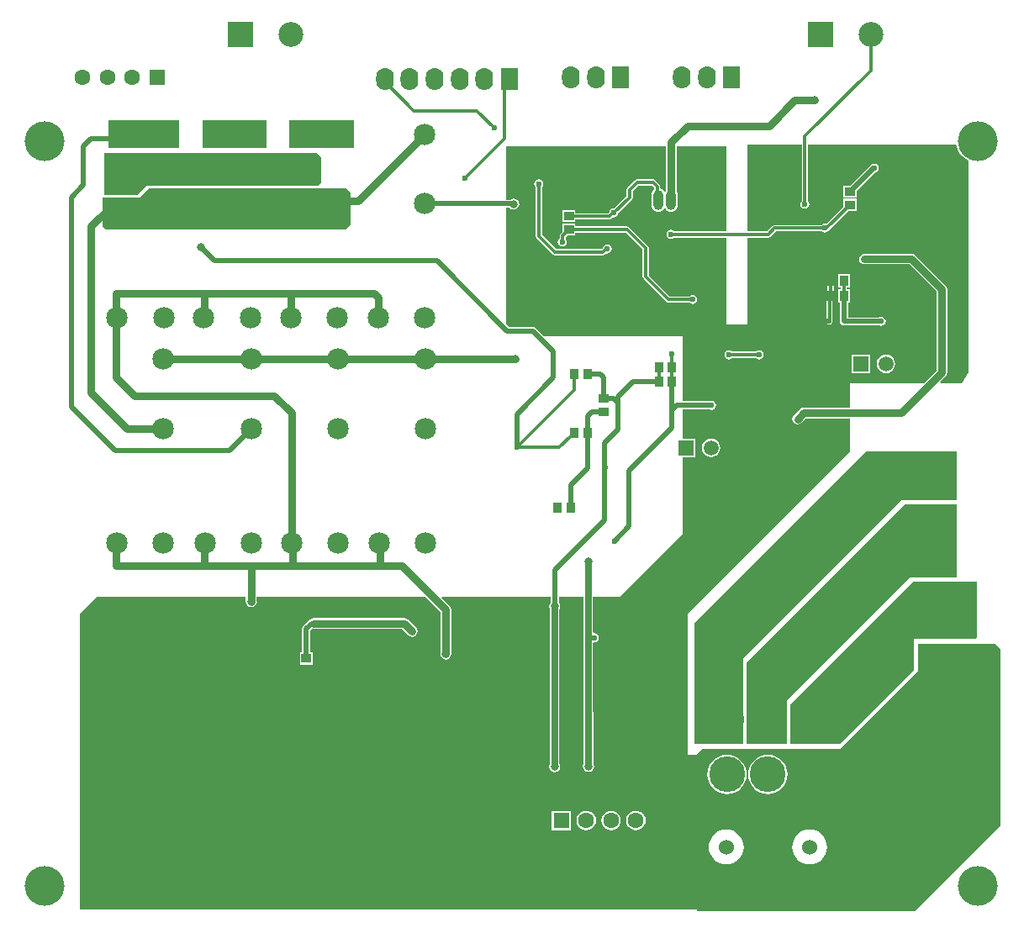
<source format=gbl>
G04*
G04 #@! TF.GenerationSoftware,Altium Limited,Altium Designer,20.0.2 (26)*
G04*
G04 Layer_Physical_Order=2*
G04 Layer_Color=16711680*
%FSLAX25Y25*%
%MOIN*%
G70*
G01*
G75*
%ADD19C,0.01200*%
%ADD61R,0.03937X0.03543*%
%ADD63R,0.04134X0.03543*%
%ADD66R,0.03543X0.03937*%
%ADD77C,0.03000*%
%ADD78C,0.02500*%
%ADD79C,0.02000*%
%ADD80C,0.08500*%
%ADD81C,0.06299*%
%ADD82R,0.06299X0.06299*%
%ADD83O,0.07000X0.09000*%
%ADD84R,0.07000X0.09000*%
%ADD85C,0.09843*%
%ADD86R,0.09843X0.09843*%
%ADD87C,0.14173*%
%ADD88C,0.06000*%
%ADD89R,0.09843X0.09843*%
%ADD90R,0.05906X0.05906*%
%ADD91C,0.05906*%
%ADD92R,0.03937X0.07874*%
%ADD93O,0.03937X0.07874*%
%ADD94C,0.15748*%
%ADD95C,0.02362*%
%ADD96C,0.03150*%
%ADD97C,0.11024*%
%ADD98R,0.07087X0.05118*%
%ADD99R,0.05512X0.04724*%
G36*
X134640Y-88929D02*
X134537Y-89177D01*
X109062D01*
Y-78280D01*
X134640D01*
Y-88929D01*
D02*
G37*
G36*
X99995D02*
X99892Y-89177D01*
X74661D01*
Y-78280D01*
X99995D01*
Y-88929D01*
D02*
G37*
G36*
X65349D02*
X65246Y-89177D01*
X37161D01*
Y-78280D01*
X65349D01*
Y-88929D01*
D02*
G37*
G36*
X121461Y-92814D02*
Y-103014D01*
X120161Y-104314D01*
X52162D01*
X48461Y-108014D01*
X48362Y-107914D01*
X35662D01*
Y-91214D01*
X119861D01*
X121461Y-92814D01*
D02*
G37*
G36*
X133361Y-107114D02*
Y-119714D01*
X131462Y-121614D01*
X131361Y-121514D01*
X36084D01*
X34849Y-120280D01*
X34861Y-120267D01*
Y-109014D01*
X48363D01*
X48461Y-109034D01*
X48560Y-109014D01*
X49461D01*
X53142Y-105334D01*
X120161D01*
X120260Y-105314D01*
X131562D01*
X133361Y-107114D01*
D02*
G37*
G36*
X373440Y-88295D02*
X373930Y-89911D01*
X374726Y-91401D01*
X375798Y-92706D01*
X377103Y-93778D01*
X378162Y-94344D01*
Y-163181D01*
Y-178241D01*
X375500Y-182500D01*
X367281D01*
X367090Y-182038D01*
X369214Y-179914D01*
X369678Y-179219D01*
X369841Y-178400D01*
Y-145300D01*
X369678Y-144481D01*
X369214Y-143786D01*
X357214Y-131786D01*
X356519Y-131322D01*
X355700Y-131159D01*
X337000D01*
X336181Y-131322D01*
X335486Y-131786D01*
X335022Y-132481D01*
X334859Y-133300D01*
X335022Y-134119D01*
X335486Y-134814D01*
X336181Y-135278D01*
X337000Y-135441D01*
X354813D01*
X365559Y-146187D01*
Y-177513D01*
X360572Y-182500D01*
X331200D01*
X331200Y-192259D01*
X312900D01*
X312081Y-192422D01*
X311386Y-192886D01*
X308986Y-195286D01*
X308522Y-195981D01*
X308359Y-196800D01*
X308522Y-197619D01*
X308986Y-198314D01*
X309681Y-198778D01*
X310500Y-198941D01*
X311319Y-198778D01*
X312014Y-198314D01*
X313787Y-196541D01*
X331200D01*
Y-209600D01*
X266800Y-274000D01*
X266800Y-329800D01*
X270600D01*
Y-329700D01*
X272700Y-327600D01*
X327300D01*
X358300Y-296600D01*
Y-285900D01*
X388900Y-285900D01*
X390800Y-287800D01*
Y-358000D01*
X357000Y-391800D01*
X270600D01*
Y-391400D01*
X25800D01*
Y-273900D01*
X32500Y-267200D01*
X91759D01*
Y-268817D01*
X91683Y-269200D01*
X91851Y-270049D01*
X92332Y-270768D01*
X93051Y-271249D01*
X93900Y-271417D01*
X94749Y-271249D01*
X95468Y-270768D01*
X95949Y-270049D01*
X96117Y-269200D01*
X96041Y-268817D01*
Y-267200D01*
X162872D01*
X168859Y-273187D01*
Y-289517D01*
X168783Y-289900D01*
X168951Y-290749D01*
X169432Y-291468D01*
X170151Y-291949D01*
X171000Y-292117D01*
X171849Y-291949D01*
X172568Y-291468D01*
X173049Y-290749D01*
X173217Y-289900D01*
X173141Y-289517D01*
Y-272300D01*
X172978Y-271481D01*
X172514Y-270786D01*
X169390Y-267662D01*
X169581Y-267200D01*
X212569D01*
Y-269627D01*
X212151Y-270251D01*
X211983Y-271100D01*
X212151Y-271949D01*
X212314Y-272192D01*
Y-333508D01*
X212151Y-333751D01*
X211983Y-334600D01*
X212151Y-335449D01*
X212632Y-336168D01*
X213351Y-336649D01*
X214200Y-336817D01*
X215049Y-336649D01*
X215768Y-336168D01*
X216249Y-335449D01*
X216417Y-334600D01*
X216249Y-333751D01*
X216086Y-333508D01*
Y-272192D01*
X216249Y-271949D01*
X216417Y-271100D01*
X216249Y-270251D01*
X215831Y-269627D01*
Y-267200D01*
X225614D01*
Y-283500D01*
Y-312900D01*
X225714Y-313403D01*
Y-333408D01*
X225551Y-333651D01*
X225383Y-334500D01*
X225551Y-335349D01*
X226032Y-336068D01*
X226751Y-336549D01*
X227600Y-336717D01*
X228449Y-336549D01*
X229168Y-336068D01*
X229649Y-335349D01*
X229817Y-334500D01*
X229649Y-333651D01*
X229486Y-333408D01*
Y-313000D01*
X229386Y-312497D01*
Y-285599D01*
X229773Y-285282D01*
X229942Y-285316D01*
X230638Y-285178D01*
X231227Y-284784D01*
X231620Y-284195D01*
X231758Y-283500D01*
X231620Y-282805D01*
X231227Y-282216D01*
X230638Y-281822D01*
X229942Y-281684D01*
X229773Y-281718D01*
X229386Y-281401D01*
Y-267200D01*
X240000D01*
X264800Y-242400D01*
Y-211853D01*
X269853D01*
Y-204547D01*
X264800D01*
Y-193033D01*
X275637D01*
X275707Y-193079D01*
X276402Y-193218D01*
X277097Y-193079D01*
X277686Y-192686D01*
X278079Y-192096D01*
X278218Y-191402D01*
X278079Y-190707D01*
X277686Y-190118D01*
X277097Y-189724D01*
X276402Y-189586D01*
X275707Y-189724D01*
X275637Y-189770D01*
X264800D01*
Y-163981D01*
X210088D01*
X206753Y-160646D01*
X206224Y-160293D01*
X205600Y-160169D01*
X195947D01*
X194862Y-159083D01*
Y-113062D01*
X196328D01*
X196332Y-113068D01*
X197051Y-113549D01*
X197900Y-113717D01*
X198749Y-113549D01*
X199468Y-113068D01*
X199949Y-112349D01*
X200117Y-111500D01*
X199949Y-110651D01*
X199468Y-109932D01*
X198749Y-109451D01*
X197900Y-109283D01*
X197051Y-109451D01*
X196531Y-109799D01*
X194862D01*
Y-88481D01*
X195062D01*
X258159D01*
Y-106370D01*
X258101Y-106445D01*
X258001Y-106482D01*
X257599D01*
X257499Y-106445D01*
X257203Y-106060D01*
X256646Y-105632D01*
X256000Y-105365D01*
Y-104479D01*
X255907Y-104011D01*
X255642Y-103614D01*
X254162Y-102135D01*
X253765Y-101870D01*
X253297Y-101777D01*
X246800D01*
X246332Y-101870D01*
X245935Y-102135D01*
X243035Y-105035D01*
X242770Y-105432D01*
X242676Y-105900D01*
Y-108293D01*
X237772Y-113198D01*
X237700Y-113184D01*
X237005Y-113322D01*
X236416Y-113716D01*
X236022Y-114305D01*
X235962Y-114608D01*
X235451Y-115119D01*
X222369D01*
Y-113971D01*
X217231D01*
Y-118714D01*
X222369D01*
Y-117566D01*
X235958D01*
X236426Y-117473D01*
X236823Y-117208D01*
X237295Y-116735D01*
X237700Y-116816D01*
X238395Y-116678D01*
X238984Y-116284D01*
X239378Y-115695D01*
X239516Y-115000D01*
X239502Y-114928D01*
X244765Y-109665D01*
X245030Y-109268D01*
X245124Y-108800D01*
Y-106407D01*
X247307Y-104224D01*
X252790D01*
X253553Y-104986D01*
Y-105940D01*
X253397Y-106060D01*
X252969Y-106617D01*
X252700Y-107266D01*
X252608Y-107963D01*
Y-111900D01*
X252700Y-112597D01*
X252969Y-113246D01*
X253397Y-113803D01*
X253954Y-114231D01*
X254603Y-114500D01*
X255300Y-114592D01*
X255997Y-114500D01*
X256646Y-114231D01*
X257203Y-113803D01*
X257499Y-113418D01*
X257599Y-113381D01*
X258001D01*
X258101Y-113418D01*
X258397Y-113803D01*
X258954Y-114231D01*
X259603Y-114500D01*
X260300Y-114592D01*
X260997Y-114500D01*
X261646Y-114231D01*
X262203Y-113803D01*
X262631Y-113246D01*
X262900Y-112597D01*
X262991Y-111900D01*
Y-107963D01*
X262900Y-107266D01*
X262631Y-106617D01*
X262441Y-106370D01*
Y-88481D01*
X282362D01*
Y-122377D01*
X261691D01*
X261584Y-122216D01*
X260995Y-121822D01*
X260300Y-121684D01*
X259605Y-121822D01*
X259016Y-122216D01*
X258622Y-122805D01*
X258484Y-123500D01*
X258622Y-124195D01*
X259016Y-124784D01*
X259605Y-125178D01*
X260300Y-125316D01*
X260995Y-125178D01*
X261525Y-124823D01*
X282362D01*
Y-159200D01*
X290662D01*
Y-124823D01*
X298800D01*
X299268Y-124730D01*
X299665Y-124465D01*
X301807Y-122324D01*
X320075D01*
X320116Y-122384D01*
X320705Y-122778D01*
X321400Y-122916D01*
X322095Y-122778D01*
X322684Y-122384D01*
X323078Y-121795D01*
X323109Y-121637D01*
X330570Y-114176D01*
X333780D01*
Y-109432D01*
X328643D01*
Y-112642D01*
X321901Y-119384D01*
X321400Y-119284D01*
X320705Y-119422D01*
X320116Y-119816D01*
X320075Y-119877D01*
X301300D01*
X300832Y-119970D01*
X300435Y-120235D01*
X298293Y-122377D01*
X290662D01*
Y-88081D01*
X290862D01*
X312176D01*
Y-110275D01*
X312116Y-110316D01*
X311722Y-110905D01*
X311584Y-111600D01*
X311722Y-112295D01*
X312116Y-112884D01*
X312705Y-113278D01*
X313400Y-113416D01*
X314095Y-113278D01*
X314684Y-112884D01*
X315078Y-112295D01*
X315216Y-111600D01*
X315078Y-110905D01*
X314684Y-110316D01*
X314623Y-110275D01*
Y-88081D01*
X373419D01*
X373440Y-88295D01*
D02*
G37*
G36*
X373700Y-230479D02*
X373700Y-259700D01*
X354800Y-259700D01*
X306300Y-308200D01*
X306300Y-325700D01*
X290400D01*
Y-296600D01*
X290300Y-295900D01*
Y-295300D01*
Y-293300D01*
X353121Y-230479D01*
X373700Y-230479D01*
D02*
G37*
G36*
X381500Y-261300D02*
Y-283478D01*
X381543Y-283522D01*
X380965Y-284100D01*
X356500D01*
Y-296400D01*
X327400Y-325500D01*
X307600D01*
Y-309800D01*
X356100Y-261300D01*
X381500Y-261300D01*
D02*
G37*
G36*
X373500Y-209672D02*
X373500Y-228900D01*
X351700D01*
X288900Y-291700D01*
X288900Y-325100D01*
X289000Y-325200D01*
X288793Y-325700D01*
X270000D01*
X269500Y-325200D01*
Y-277900D01*
X337728Y-209672D01*
X373500Y-209672D01*
D02*
G37*
%LPC*%
G36*
X340900Y-95484D02*
X340205Y-95622D01*
X339616Y-96016D01*
X339569Y-96086D01*
X339375Y-96216D01*
X331473Y-104117D01*
X328643D01*
Y-108861D01*
X333780D01*
Y-106424D01*
X341135Y-99069D01*
X341595Y-98978D01*
X342184Y-98584D01*
X342578Y-97995D01*
X342716Y-97300D01*
X342578Y-96605D01*
X342184Y-96016D01*
X341595Y-95622D01*
X340900Y-95484D01*
D02*
G37*
G36*
X207904Y-101716D02*
X207209Y-101855D01*
X206620Y-102248D01*
X206226Y-102837D01*
X206088Y-103532D01*
X206226Y-104227D01*
X206620Y-104816D01*
X206680Y-104857D01*
X206676Y-124199D01*
X206676Y-124199D01*
X206676Y-124199D01*
X206720Y-124424D01*
X206769Y-124667D01*
X206769Y-124667D01*
X206769Y-124667D01*
X206899Y-124862D01*
X207034Y-125064D01*
X207034Y-125064D01*
X207034Y-125064D01*
X213435Y-131465D01*
X213832Y-131730D01*
X214300Y-131824D01*
X233400D01*
X233868Y-131730D01*
X234265Y-131465D01*
X234688Y-131043D01*
X235057Y-131116D01*
X235752Y-130978D01*
X236342Y-130584D01*
X236735Y-129995D01*
X236874Y-129300D01*
X236735Y-128605D01*
X236342Y-128016D01*
X235752Y-127622D01*
X235057Y-127484D01*
X234363Y-127622D01*
X233773Y-128016D01*
X233380Y-128605D01*
X233309Y-128961D01*
X232893Y-129376D01*
X214807D01*
X209123Y-123692D01*
X209127Y-104857D01*
X209188Y-104816D01*
X209582Y-104227D01*
X209720Y-103532D01*
X209582Y-102837D01*
X209188Y-102248D01*
X208599Y-101855D01*
X207904Y-101716D01*
D02*
G37*
G36*
X222369Y-119286D02*
X217231D01*
Y-122496D01*
X216557Y-123170D01*
X216292Y-123567D01*
X216199Y-124035D01*
Y-125027D01*
X215916Y-125216D01*
X215522Y-125805D01*
X215384Y-126500D01*
X215522Y-127195D01*
X215916Y-127784D01*
X216505Y-128178D01*
X217200Y-128316D01*
X217895Y-128178D01*
X218484Y-127784D01*
X218878Y-127195D01*
X219016Y-126500D01*
X218878Y-125805D01*
X218646Y-125458D01*
Y-124542D01*
X219159Y-124029D01*
X222369D01*
Y-122881D01*
X242451D01*
X249077Y-129507D01*
Y-140300D01*
X249170Y-140768D01*
X249435Y-141165D01*
X258535Y-150265D01*
X258932Y-150530D01*
X259400Y-150624D01*
X267575D01*
X267616Y-150684D01*
X268205Y-151078D01*
X268900Y-151216D01*
X269595Y-151078D01*
X270184Y-150684D01*
X270578Y-150095D01*
X270716Y-149400D01*
X270578Y-148705D01*
X270184Y-148116D01*
X269595Y-147722D01*
X268900Y-147584D01*
X268205Y-147722D01*
X267616Y-148116D01*
X267575Y-148177D01*
X259907D01*
X251523Y-139793D01*
Y-129000D01*
X251430Y-128532D01*
X251165Y-128135D01*
X243823Y-120792D01*
X243426Y-120527D01*
X242957Y-120434D01*
X222369D01*
Y-119286D01*
D02*
G37*
G36*
X323542Y-140777D02*
X323074Y-140870D01*
X322677Y-141135D01*
X322412Y-141532D01*
X322319Y-142000D01*
Y-147493D01*
X322257Y-147555D01*
X321992Y-147952D01*
X321899Y-148420D01*
Y-157754D01*
X321843Y-158033D01*
X321936Y-158501D01*
X322202Y-158898D01*
X322599Y-159164D01*
X322782Y-159200D01*
X323352D01*
X323535Y-159164D01*
X323932Y-158898D01*
X323988Y-158843D01*
X324253Y-158446D01*
X324346Y-157978D01*
Y-148927D01*
X324408Y-148865D01*
X324673Y-148468D01*
X324766Y-148000D01*
Y-142000D01*
X324673Y-141532D01*
X324408Y-141135D01*
X324011Y-140870D01*
X323542Y-140777D01*
D02*
G37*
G36*
X331229Y-139432D02*
X326486D01*
Y-144569D01*
X327634D01*
Y-145431D01*
X326486D01*
Y-150568D01*
X327226D01*
Y-158100D01*
X327350Y-158724D01*
X327704Y-159254D01*
X328233Y-159607D01*
X328857Y-159731D01*
X342936D01*
X343005Y-159778D01*
X343700Y-159916D01*
X344395Y-159778D01*
X344984Y-159384D01*
X345378Y-158795D01*
X345516Y-158100D01*
X345378Y-157405D01*
X344984Y-156816D01*
X344395Y-156422D01*
X343700Y-156284D01*
X343005Y-156422D01*
X342936Y-156469D01*
X330489D01*
Y-150568D01*
X331229D01*
Y-145431D01*
X330081D01*
Y-144569D01*
X331229D01*
Y-139432D01*
D02*
G37*
G36*
X295200Y-169484D02*
X294505Y-169622D01*
X293916Y-170016D01*
X293875Y-170077D01*
X284625D01*
X284584Y-170016D01*
X283995Y-169622D01*
X283300Y-169484D01*
X282605Y-169622D01*
X282016Y-170016D01*
X281622Y-170605D01*
X281484Y-171300D01*
X281622Y-171995D01*
X282016Y-172584D01*
X282605Y-172978D01*
X283300Y-173116D01*
X283995Y-172978D01*
X284584Y-172584D01*
X284625Y-172523D01*
X293875D01*
X293916Y-172584D01*
X294505Y-172978D01*
X295200Y-173116D01*
X295895Y-172978D01*
X296484Y-172584D01*
X296878Y-171995D01*
X297016Y-171300D01*
X296878Y-170605D01*
X296484Y-170016D01*
X295895Y-169622D01*
X295200Y-169484D01*
D02*
G37*
G36*
X339153Y-171247D02*
X331847D01*
Y-178553D01*
X339153D01*
Y-171247D01*
D02*
G37*
G36*
X345500Y-171216D02*
X344546Y-171341D01*
X343658Y-171709D01*
X342895Y-172295D01*
X342309Y-173058D01*
X341941Y-173946D01*
X341816Y-174900D01*
X341941Y-175854D01*
X342309Y-176742D01*
X342895Y-177505D01*
X343658Y-178091D01*
X344546Y-178459D01*
X345500Y-178584D01*
X346454Y-178459D01*
X347342Y-178091D01*
X348105Y-177505D01*
X348691Y-176742D01*
X349059Y-175854D01*
X349184Y-174900D01*
X349059Y-173946D01*
X348691Y-173058D01*
X348105Y-172295D01*
X347342Y-171709D01*
X346454Y-171341D01*
X345500Y-171216D01*
D02*
G37*
G36*
X276200Y-204516D02*
X275246Y-204641D01*
X274358Y-205009D01*
X273595Y-205595D01*
X273009Y-206358D01*
X272641Y-207246D01*
X272516Y-208200D01*
X272641Y-209154D01*
X273009Y-210042D01*
X273595Y-210805D01*
X274358Y-211391D01*
X275246Y-211759D01*
X276200Y-211884D01*
X277154Y-211759D01*
X278042Y-211391D01*
X278805Y-210805D01*
X279391Y-210042D01*
X279759Y-209154D01*
X279884Y-208200D01*
X279759Y-207246D01*
X279391Y-206358D01*
X278805Y-205595D01*
X278042Y-205009D01*
X277154Y-204641D01*
X276200Y-204516D01*
D02*
G37*
G36*
X154600Y-275659D02*
X118700D01*
X117881Y-275822D01*
X117186Y-276286D01*
X117182Y-276291D01*
X117176Y-276293D01*
X116647Y-276646D01*
X114547Y-278747D01*
X114193Y-279276D01*
X114069Y-279900D01*
Y-289371D01*
X113131D01*
Y-294114D01*
X118269D01*
Y-289371D01*
X117331D01*
Y-280576D01*
X118088Y-279819D01*
X118700Y-279941D01*
X153713D01*
X155915Y-282143D01*
X156132Y-282468D01*
X156851Y-282949D01*
X157700Y-283117D01*
X158549Y-282949D01*
X159268Y-282468D01*
X159749Y-281749D01*
X159917Y-280900D01*
X159749Y-280051D01*
X159268Y-279332D01*
X158943Y-279115D01*
X156114Y-276286D01*
X155419Y-275822D01*
X154600Y-275659D01*
D02*
G37*
G36*
X298735Y-329936D02*
X297209Y-330086D01*
X295741Y-330531D01*
X294389Y-331254D01*
X293203Y-332227D01*
X292230Y-333413D01*
X291507Y-334766D01*
X291061Y-336233D01*
X290911Y-337760D01*
X291061Y-339286D01*
X291507Y-340754D01*
X292230Y-342107D01*
X293203Y-343292D01*
X294389Y-344266D01*
X295741Y-344988D01*
X297209Y-345434D01*
X298735Y-345584D01*
X300262Y-345434D01*
X301730Y-344988D01*
X303082Y-344266D01*
X304268Y-343292D01*
X305241Y-342107D01*
X305964Y-340754D01*
X306409Y-339286D01*
X306560Y-337760D01*
X306409Y-336233D01*
X305964Y-334766D01*
X305241Y-333413D01*
X304268Y-332227D01*
X303082Y-331254D01*
X301730Y-330531D01*
X300262Y-330086D01*
X298735Y-329936D01*
D02*
G37*
G36*
X282472D02*
X280945Y-330086D01*
X279477Y-330531D01*
X278125Y-331254D01*
X276939Y-332227D01*
X275966Y-333413D01*
X275243Y-334766D01*
X274798Y-336233D01*
X274647Y-337760D01*
X274798Y-339286D01*
X275243Y-340754D01*
X275966Y-342107D01*
X276939Y-343292D01*
X278125Y-344266D01*
X279477Y-344988D01*
X280945Y-345434D01*
X282472Y-345584D01*
X283998Y-345434D01*
X285466Y-344988D01*
X286819Y-344266D01*
X288004Y-343292D01*
X288977Y-342107D01*
X289700Y-340754D01*
X290146Y-339286D01*
X290296Y-337760D01*
X290146Y-336233D01*
X289700Y-334766D01*
X288977Y-333413D01*
X288004Y-332227D01*
X286819Y-331254D01*
X285466Y-330531D01*
D01*
X283998Y-330086D01*
X282472Y-329936D01*
D02*
G37*
G36*
X220708Y-352150D02*
X213008D01*
Y-359850D01*
X220708D01*
Y-352150D01*
D02*
G37*
G36*
X246385Y-352117D02*
X245380Y-352250D01*
X244444Y-352637D01*
X243639Y-353254D01*
X243022Y-354059D01*
X242635Y-354995D01*
X242502Y-356000D01*
X242635Y-357005D01*
X243022Y-357941D01*
X243639Y-358746D01*
X244444Y-359363D01*
X245380Y-359751D01*
X246385Y-359883D01*
X247390Y-359751D01*
X248326Y-359363D01*
X249131Y-358746D01*
X249748Y-357941D01*
X250135Y-357005D01*
X250268Y-356000D01*
X250135Y-354995D01*
X249748Y-354059D01*
X249131Y-353254D01*
X248326Y-352637D01*
X247390Y-352250D01*
X246385Y-352117D01*
D02*
G37*
G36*
X236543D02*
X235538Y-352250D01*
X234602Y-352637D01*
X233797Y-353254D01*
X233180Y-354059D01*
X232792Y-354995D01*
X232660Y-356000D01*
X232792Y-357005D01*
X233180Y-357941D01*
X233797Y-358746D01*
X234602Y-359363D01*
X235538Y-359751D01*
X236543Y-359883D01*
X237548Y-359751D01*
X238484Y-359363D01*
X239289Y-358746D01*
X239906Y-357941D01*
X240294Y-357005D01*
X240426Y-356000D01*
X240294Y-354995D01*
X239906Y-354059D01*
X239289Y-353254D01*
X238484Y-352637D01*
X237548Y-352250D01*
X236543Y-352117D01*
D02*
G37*
G36*
X226700D02*
X225695Y-352250D01*
X224759Y-352637D01*
X223954Y-353254D01*
X223337Y-354059D01*
X222950Y-354995D01*
X222817Y-356000D01*
X222950Y-357005D01*
X223337Y-357941D01*
X223954Y-358746D01*
X224759Y-359363D01*
X225695Y-359751D01*
X226700Y-359883D01*
X227705Y-359751D01*
X228641Y-359363D01*
X229446Y-358746D01*
X230063Y-357941D01*
X230451Y-357005D01*
X230583Y-356000D01*
X230451Y-354995D01*
X230063Y-354059D01*
X229446Y-353254D01*
X228641Y-352637D01*
X227705Y-352250D01*
X226700Y-352117D01*
D02*
G37*
G36*
X315271Y-359577D02*
X313920Y-359710D01*
X312621Y-360104D01*
X311425Y-360744D01*
X310375Y-361605D01*
X309514Y-362654D01*
X308875Y-363851D01*
X308481Y-365149D01*
X308348Y-366500D01*
X308481Y-367851D01*
X308875Y-369149D01*
X309514Y-370346D01*
X310375Y-371395D01*
X311425Y-372256D01*
X312621Y-372896D01*
X313920Y-373290D01*
X315271Y-373423D01*
X316621Y-373290D01*
X317920Y-372896D01*
X319117Y-372256D01*
X320166Y-371395D01*
X321027Y-370346D01*
X321667Y-369149D01*
X322061Y-367851D01*
X322194Y-366500D01*
X322061Y-365149D01*
X321667Y-363851D01*
X321027Y-362654D01*
X320166Y-361605D01*
X319117Y-360744D01*
X317920Y-360104D01*
X316621Y-359710D01*
X315271Y-359577D01*
D02*
G37*
G36*
X282200D02*
X280849Y-359710D01*
X279551Y-360104D01*
X278354Y-360744D01*
X277305Y-361605D01*
X276444Y-362654D01*
X275804Y-363851D01*
X275410Y-365149D01*
X275277Y-366500D01*
X275410Y-367851D01*
X275804Y-369149D01*
X276444Y-370346D01*
X277305Y-371395D01*
X278354Y-372256D01*
X279551Y-372896D01*
X280849Y-373290D01*
X282200Y-373423D01*
X283551Y-373290D01*
X284849Y-372896D01*
X286046Y-372256D01*
X287095Y-371395D01*
X287956Y-370346D01*
X288596Y-369149D01*
X288990Y-367851D01*
X289123Y-366500D01*
X288990Y-365149D01*
X288596Y-363851D01*
X287956Y-362654D01*
X287095Y-361605D01*
X286046Y-360744D01*
X284849Y-360104D01*
X283551Y-359710D01*
X282200Y-359577D01*
D02*
G37*
%LPD*%
D19*
X260300Y-123600D02*
X298800D01*
X250300Y-140300D02*
Y-129000D01*
X242957Y-121658D02*
X250300Y-129000D01*
X219800Y-121658D02*
X242957D01*
X298800Y-123600D02*
X301300Y-121100D01*
X260300Y-123600D02*
Y-123500D01*
X301300Y-121100D02*
X321400D01*
X313400Y-84600D02*
X339503Y-58497D01*
X339442Y-44300D02*
X339503Y-44360D01*
Y-58497D02*
Y-44360D01*
X313400Y-111600D02*
Y-84600D01*
X283300Y-171300D02*
X295200D01*
X323067Y-158033D02*
X323122Y-157978D01*
Y-148420D02*
X323542Y-148000D01*
X323122Y-157978D02*
Y-148420D01*
X323542Y-148000D02*
Y-142000D01*
X328857Y-148000D02*
Y-142000D01*
X321400Y-121100D02*
X321916D01*
X331211Y-111804D01*
X260757Y-176125D02*
Y-171157D01*
X260700Y-171100D02*
X260757Y-171157D01*
Y-182025D02*
Y-176125D01*
X255442Y-182025D02*
Y-176125D01*
X222085Y-185215D02*
Y-179100D01*
X199200Y-208100D02*
X222085Y-185215D01*
X221843Y-202397D02*
Y-202200D01*
X220671Y-203569D02*
X221843Y-202397D01*
X220474Y-203569D02*
X220671D01*
X215943Y-208100D02*
X220474Y-203569D01*
X199200Y-208100D02*
X215943D01*
X259400Y-149400D02*
X268900D01*
X250300Y-140300D02*
X259400Y-149400D01*
X246800Y-103000D02*
X253297D01*
X254776Y-109408D02*
X255300Y-109932D01*
X254776Y-109408D02*
Y-104479D01*
X253297Y-103000D02*
X254776Y-104479D01*
X243900Y-105900D02*
X246800Y-103000D01*
X237700Y-115000D02*
X243900Y-108800D01*
Y-105900D01*
X234700Y-129300D02*
X235057D01*
X233400Y-130600D02*
X234700Y-129300D01*
X214300Y-130600D02*
X233400D01*
X207899Y-124199D02*
X214300Y-130600D01*
X207899Y-124199D02*
X207904Y-103532D01*
X235958Y-116342D02*
X237300Y-115000D01*
X237700D01*
X219800Y-116342D02*
X235958D01*
X219603Y-121658D02*
X219800D01*
X218431Y-122829D02*
X219603Y-121658D01*
X218431Y-123026D02*
Y-122829D01*
X217422Y-124035D02*
X218431Y-123026D01*
X217422Y-126278D02*
Y-124035D01*
X217200Y-126500D02*
X217422Y-126278D01*
X183400Y-74500D02*
X190300Y-81400D01*
X158315Y-74500D02*
X183400D01*
X194200Y-85600D02*
Y-64028D01*
X178500Y-101300D02*
X194200Y-85600D01*
Y-64028D02*
X196128Y-62100D01*
X146915Y-63100D02*
Y-62100D01*
Y-63100D02*
X158315Y-74500D01*
D61*
X115700Y-297058D02*
D03*
Y-291742D02*
D03*
X233700Y-188742D02*
D03*
Y-194058D02*
D03*
X331211Y-111804D02*
D03*
Y-106489D02*
D03*
X219800Y-121658D02*
D03*
Y-116342D02*
D03*
D63*
X40006Y-105417D02*
D03*
Y-110732D02*
D03*
D66*
X222085Y-179100D02*
D03*
X227400D02*
D03*
X221843Y-202200D02*
D03*
X227157D02*
D03*
X255442Y-176125D02*
D03*
X260757D02*
D03*
Y-182025D02*
D03*
X255442D02*
D03*
X323542Y-142000D02*
D03*
X328857D02*
D03*
Y-148000D02*
D03*
X323542D02*
D03*
X215244Y-231824D02*
D03*
X220559D02*
D03*
D77*
X93900Y-254900D02*
X110100D01*
X75200D02*
X93900D01*
Y-269200D02*
Y-254900D01*
X144800D02*
X153600D01*
X110100D02*
X144800D01*
X144430Y-245881D02*
X144800Y-246251D01*
Y-254900D02*
Y-246251D01*
X153600Y-254900D02*
X171000Y-272300D01*
X260300Y-109932D02*
Y-87100D01*
X266800Y-80600D01*
X299100D01*
X309300Y-70400D02*
X317100D01*
X299100Y-80600D02*
X309300Y-70400D01*
X171000Y-289900D02*
Y-272300D01*
X154600Y-277800D02*
X157700Y-280900D01*
X118700Y-277800D02*
X154600D01*
X355700Y-133300D02*
X367700Y-145300D01*
X337000Y-133300D02*
X355700D01*
X351700Y-194400D02*
X367700Y-178400D01*
Y-145300D01*
X312900Y-194400D02*
X351700D01*
X310500Y-196800D02*
X312900Y-194400D01*
X102900Y-187500D02*
X109784Y-194384D01*
Y-245881D02*
Y-194384D01*
X47500Y-187500D02*
X102900D01*
X40200Y-180200D02*
X47500Y-187500D01*
X40200Y-157094D02*
X40597Y-156697D01*
X40200Y-180200D02*
Y-157094D01*
X163080Y-172900D02*
X163280Y-173100D01*
X198600D01*
X162934Y-173047D02*
X163080Y-172900D01*
X109494Y-147014D02*
X142439D01*
X144196Y-156635D02*
Y-148772D01*
X142439Y-147014D02*
X144196Y-148772D01*
X109494Y-156697D02*
Y-147014D01*
X75161D02*
X109494D01*
X39711Y-110732D02*
X40006D01*
X39439Y-111004D02*
X39711Y-110732D01*
X39439Y-111299D02*
Y-111004D01*
X30300Y-120439D02*
X39439Y-111299D01*
X30300Y-186200D02*
Y-120439D01*
X44706Y-200606D02*
X58997D01*
X30300Y-186200D02*
X44706Y-200606D01*
X136131Y-110369D02*
X162700Y-83800D01*
X129051Y-110369D02*
X136131D01*
X127998Y-111421D02*
X129051Y-110369D01*
X109784Y-245881D02*
X110100Y-246197D01*
Y-254900D02*
Y-246197D01*
X40100Y-254900D02*
X75200D01*
Y-246213D02*
X75532Y-245881D01*
X75200Y-254900D02*
Y-246213D01*
X40100Y-246274D02*
X40493Y-245881D01*
X40100Y-254900D02*
Y-246274D01*
X40262Y-147014D02*
X75161D01*
X75046Y-156697D02*
X75161Y-156581D01*
Y-147014D01*
X40262Y-156361D02*
X40597Y-156697D01*
X40262Y-156361D02*
Y-147014D01*
X94036Y-173047D02*
X128288D01*
X58997Y-173047D02*
X94036Y-173047D01*
X58900Y-173047D02*
X58997D01*
X128288Y-173047D02*
X162934D01*
D78*
X214200Y-334600D02*
Y-271100D01*
X227500Y-312900D02*
Y-283500D01*
X227600Y-334500D02*
Y-313000D01*
X227500Y-312900D02*
X227600Y-313000D01*
X227500Y-283500D02*
Y-253400D01*
X298100Y-338395D02*
X298735Y-337760D01*
X115700Y-308100D02*
Y-297058D01*
X111100Y-312700D02*
X115700Y-308100D01*
D79*
X245200Y-182000D02*
X255417D01*
X234000Y-220568D02*
Y-206300D01*
X214200Y-256600D02*
X234000Y-236800D01*
X214200Y-271100D02*
Y-256600D01*
X227500Y-283500D02*
X229942D01*
X199200Y-194900D02*
X213672Y-180428D01*
X117800Y-277800D02*
X118700D01*
X115700Y-291742D02*
Y-279900D01*
X117800Y-277800D01*
X239400Y-187800D02*
X245200Y-182000D01*
X239400Y-190600D02*
Y-187800D01*
X328857Y-158100D02*
X343700D01*
X328857D02*
Y-148000D01*
X331211Y-106489D02*
X331408D01*
X340528Y-97369D01*
X340831D01*
X340900Y-97300D01*
X237800Y-245300D02*
X243733Y-239367D01*
X262556Y-191402D02*
X276402D01*
X260757Y-193200D02*
X262556Y-191402D01*
X260757Y-193200D02*
Y-182025D01*
Y-200218D02*
Y-193200D01*
X243733Y-217242D02*
X260757Y-200218D01*
X243733Y-239367D02*
Y-217242D01*
X237543Y-188742D02*
X239400Y-190600D01*
X233700Y-188742D02*
X237543D01*
X239400Y-200900D02*
Y-190600D01*
X234000Y-206300D02*
X239400Y-200900D01*
X234000Y-236800D02*
Y-220568D01*
X255417Y-182000D02*
X255442Y-182025D01*
X167572Y-134100D02*
X195272Y-161800D01*
X79300Y-134100D02*
X167572D01*
X199200Y-208100D02*
Y-194900D01*
X205600Y-161800D02*
X213672Y-169872D01*
Y-180428D02*
Y-169872D01*
X195272Y-161800D02*
X205600D01*
X227892Y-179100D02*
X232428D01*
X233600Y-188643D02*
X233700Y-188742D01*
X233600Y-188643D02*
Y-180272D01*
X232428Y-179100D02*
X233600Y-180272D01*
X227157Y-195742D02*
X228842Y-194058D01*
X233700D01*
X227157Y-202200D02*
Y-195742D01*
Y-202200D02*
X227300Y-202343D01*
Y-216200D02*
Y-202343D01*
X220559Y-231824D02*
Y-222941D01*
X227300Y-216200D01*
X74050Y-128750D02*
X79300Y-134000D01*
Y-134100D02*
Y-134000D01*
X162700Y-111359D02*
X162772Y-111431D01*
X197831D01*
X197900Y-111500D01*
X30221Y-85679D02*
X40262D01*
X27400Y-88500D02*
X30221Y-85679D01*
X27400Y-104084D02*
Y-88500D01*
X22600Y-108884D02*
X27400Y-104084D01*
X22600Y-192100D02*
Y-108884D01*
Y-192100D02*
X39800Y-209300D01*
X85342D02*
X94036Y-200606D01*
X39800Y-209300D02*
X85342D01*
X162934Y-245881D02*
Y-245334D01*
D80*
X59101Y-156697D02*
D03*
Y-111421D02*
D03*
Y-83862D02*
D03*
X40597Y-156697D02*
D03*
X93550D02*
D03*
Y-111421D02*
D03*
Y-83862D02*
D03*
X75046Y-156697D02*
D03*
X127998D02*
D03*
Y-111421D02*
D03*
Y-83862D02*
D03*
X109494Y-156697D02*
D03*
X162700Y-156635D02*
D03*
Y-111359D02*
D03*
Y-83800D02*
D03*
X144196Y-156635D02*
D03*
X162934Y-245881D02*
D03*
Y-200606D02*
D03*
Y-173047D02*
D03*
X144430Y-245881D02*
D03*
X40493D02*
D03*
X58997Y-173047D02*
D03*
Y-200606D02*
D03*
Y-245881D02*
D03*
X109784D02*
D03*
X128288Y-173047D02*
D03*
Y-200606D02*
D03*
Y-245881D02*
D03*
X75532D02*
D03*
X94036Y-173047D02*
D03*
Y-200606D02*
D03*
Y-245881D02*
D03*
D81*
X36842Y-61321D02*
D03*
X27000D02*
D03*
X46685D02*
D03*
X236543Y-356000D02*
D03*
X246385D02*
D03*
X226700D02*
D03*
D82*
X56527Y-61321D02*
D03*
X216858Y-356000D02*
D03*
D83*
X220700Y-61400D02*
D03*
X230542D02*
D03*
X264600D02*
D03*
X274443D02*
D03*
X186285Y-62100D02*
D03*
X176443D02*
D03*
X166600D02*
D03*
X156757D02*
D03*
X146915D02*
D03*
D84*
X240385Y-61400D02*
D03*
X284285D02*
D03*
X196128Y-62100D02*
D03*
D85*
X109442Y-44300D02*
D03*
X339442D02*
D03*
X365500Y-292243D02*
D03*
Y-239200D02*
D03*
D86*
X89758Y-44300D02*
D03*
X319758D02*
D03*
D87*
X282200Y-316106D02*
D03*
X298735D02*
D03*
X315271D02*
D03*
Y-337760D02*
D03*
X298735D02*
D03*
X282472D02*
D03*
D88*
X282200Y-366500D02*
D03*
X315271D02*
D03*
D89*
X365500Y-272557D02*
D03*
Y-219515D02*
D03*
D90*
X266200Y-208200D02*
D03*
X335500Y-174900D02*
D03*
D91*
X276200Y-208200D02*
D03*
X345500Y-174900D02*
D03*
D92*
X250300Y-109932D02*
D03*
D93*
X255300D02*
D03*
X260300D02*
D03*
D94*
X381890Y-381890D02*
D03*
X11811D02*
D03*
X381890Y-86614D02*
D03*
X11811D02*
D03*
D95*
X32605Y-359050D02*
D03*
X275200Y-243900D02*
D03*
X337000Y-133300D02*
D03*
X310500Y-196800D02*
D03*
X313000Y-210200D02*
D03*
X92800Y-312300D02*
D03*
X93000Y-319000D02*
D03*
X229942Y-283500D02*
D03*
X57469Y-359050D02*
D03*
X119880D02*
D03*
X107398D02*
D03*
X94915D02*
D03*
X82433D02*
D03*
X69951D02*
D03*
X44987D02*
D03*
X201300Y-143300D02*
D03*
X260300Y-123500D02*
D03*
X313400Y-111600D02*
D03*
X283300Y-171300D02*
D03*
X356700Y-124500D02*
D03*
X300300Y-96700D02*
D03*
X273200Y-97200D02*
D03*
X268800Y-136000D02*
D03*
X247000Y-158700D02*
D03*
X244500Y-148500D02*
D03*
X256700Y-140116D02*
D03*
X276100Y-220500D02*
D03*
X118700Y-277800D02*
D03*
X111100Y-312700D02*
D03*
X295200Y-171300D02*
D03*
X328857Y-148000D02*
D03*
X323067Y-158033D02*
D03*
X343700Y-158100D02*
D03*
X321400Y-121100D02*
D03*
X340900Y-97300D02*
D03*
X237800Y-245300D02*
D03*
X260700Y-171100D02*
D03*
X276402Y-191402D02*
D03*
X249900Y-181800D02*
D03*
X234100Y-216000D02*
D03*
X234000Y-220568D02*
D03*
X227892Y-179100D02*
D03*
X227157Y-202200D02*
D03*
X220559Y-231824D02*
D03*
X215244D02*
D03*
X199200Y-208100D02*
D03*
X268900Y-149400D02*
D03*
X235057Y-129300D02*
D03*
X207904Y-103532D02*
D03*
X237700Y-115000D02*
D03*
X217200Y-126500D02*
D03*
X190300Y-81400D02*
D03*
X178500Y-101300D02*
D03*
D96*
X93900Y-269200D02*
D03*
X317100Y-70400D02*
D03*
X171000Y-289900D02*
D03*
X157700Y-280900D02*
D03*
X214200Y-334600D02*
D03*
X227600Y-334500D02*
D03*
X227500Y-253400D02*
D03*
X214200Y-271100D02*
D03*
X198600Y-173100D02*
D03*
X74050Y-128750D02*
D03*
X54800Y-102300D02*
D03*
X74300D02*
D03*
X59675D02*
D03*
X64550D02*
D03*
X69425D02*
D03*
X54700Y-97900D02*
D03*
X74200D02*
D03*
X59575D02*
D03*
X64450D02*
D03*
X69325D02*
D03*
X69425Y-93500D02*
D03*
X64550D02*
D03*
X59675D02*
D03*
X74300D02*
D03*
X54800D02*
D03*
X197900Y-111500D02*
D03*
D97*
X331200Y-301900D02*
D03*
X331100Y-270800D02*
D03*
X330000Y-234000D02*
D03*
X340600Y-224100D02*
D03*
X342300Y-260200D02*
D03*
X342400Y-291600D02*
D03*
X366900Y-338900D02*
D03*
X352000D02*
D03*
Y-325200D02*
D03*
X366900D02*
D03*
D98*
X40851Y-96783D02*
D03*
Y-84972D02*
D03*
X80951Y-83272D02*
D03*
Y-95083D02*
D03*
X114810Y-82484D02*
D03*
Y-94295D02*
D03*
D99*
X48662Y-93650D02*
D03*
Y-85579D02*
D03*
M02*

</source>
